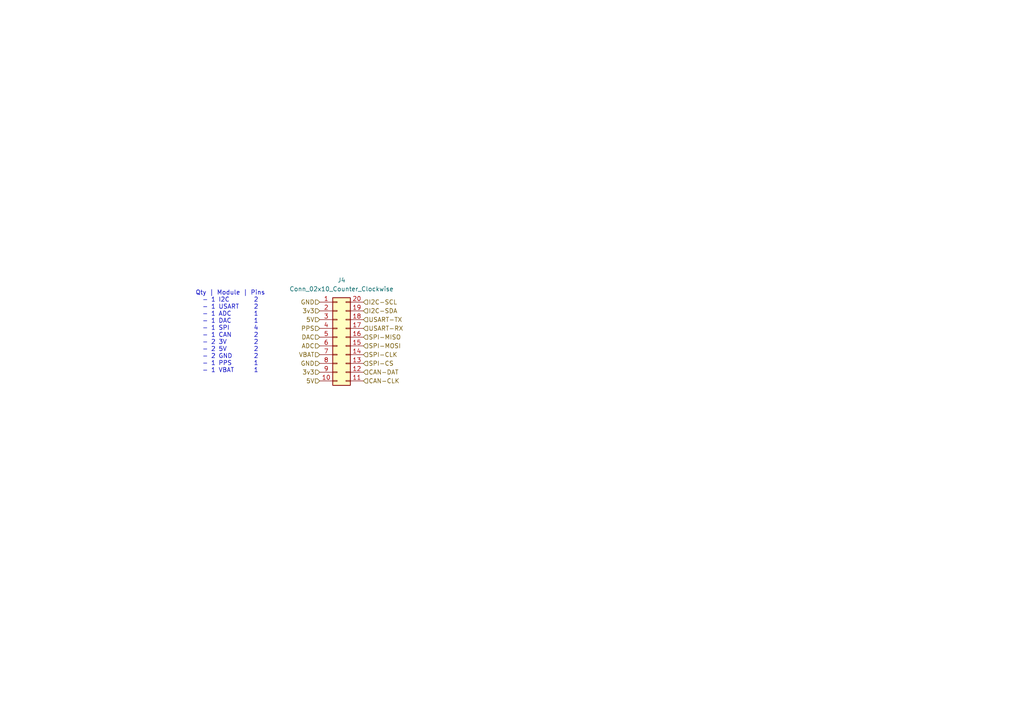
<source format=kicad_sch>
(kicad_sch (version 20231120) (generator "eeschema") (generator_version "8.0")
  (paper "A4")
  (title_block (date "2024-04-25") (rev "V1") (company "22619291") (comment 1 "Niel Theron"))
  (lib_symbols
    (symbol "Connector_Generic:Conn_02x10_Counter_Clockwise" (pin_names (offset 1.016) hide)
      (property "Reference" "J" (at 1.27 12.7 0))
      (property "Value" "Conn_02x10_Counter_Clockwise" (at 1.27 -15.24 0))
      (symbol "Conn_02x10_Counter_Clockwise_1_1"
        (rectangle (start -1.27 -12.573) (end 0 -12.827) (stroke (width 0.1524)))
        (rectangle (start -1.27 -10.033) (end 0 -10.287) (stroke (width 0.1524)))
        (rectangle (start -1.27 -7.493) (end 0 -7.747) (stroke (width 0.1524)))
        (rectangle (start -1.27 -4.953) (end 0 -5.207) (stroke (width 0.1524)))
        (rectangle (start -1.27 -2.413) (end 0 -2.667) (stroke (width 0.1524)))
        (rectangle (start -1.27 0.127) (end 0 -0.127) (stroke (width 0.1524)))
        (rectangle (start -1.27 2.667) (end 0 2.413) (stroke (width 0.1524)))
        (rectangle (start -1.27 5.207) (end 0 4.953) (stroke (width 0.1524)))
        (rectangle (start -1.27 7.747) (end 0 7.493) (stroke (width 0.1524)))
        (rectangle (start -1.27 10.287) (end 0 10.033) (stroke (width 0.1524)))
        (rectangle (start -1.27 11.43) (end 3.81 -13.97) (stroke (width 0.254)) (fill (type background)))
        (rectangle (start 3.81 -12.573) (end 2.54 -12.827) (stroke (width 0.1524)))
        (rectangle (start 3.81 -10.033) (end 2.54 -10.287) (stroke (width 0.1524)))
        (rectangle (start 3.81 -7.493) (end 2.54 -7.747) (stroke (width 0.1524)))
        (rectangle (start 3.81 -4.953) (end 2.54 -5.207) (stroke (width 0.1524)))
        (rectangle (start 3.81 -2.413) (end 2.54 -2.667) (stroke (width 0.1524)))
        (rectangle (start 3.81 0.127) (end 2.54 -0.127) (stroke (width 0.1524)))
        (rectangle (start 3.81 2.667) (end 2.54 2.413) (stroke (width 0.1524)))
        (rectangle (start 3.81 5.207) (end 2.54 4.953) (stroke (width 0.1524)))
        (rectangle (start 3.81 7.747) (end 2.54 7.493) (stroke (width 0.1524)))
        (rectangle (start 3.81 10.287) (end 2.54 10.033) (stroke (width 0.1524)))
        (pin passive line (at -5.08 10.16 0) (length 3.81) (name "Pin_1") (number "1"))
        (pin passive line (at -5.08 -12.7 0) (length 3.81) (name "Pin_10") (number "10"))
        (pin passive line (at 7.62 -12.7 180) (length 3.81) (name "Pin_11") (number "11"))
        (pin passive line (at 7.62 -10.16 180) (length 3.81) (name "Pin_12") (number "12"))
        (pin passive line (at 7.62 -7.62 180) (length 3.81) (name "Pin_13") (number "13"))
        (pin passive line (at 7.62 -5.08 180) (length 3.81) (name "Pin_14") (number "14"))
        (pin passive line (at 7.62 -2.54 180) (length 3.81) (name "Pin_15") (number "15"))
        (pin passive line (at 7.62 0 180) (length 3.81) (name "Pin_16") (number "16"))
        (pin passive line (at 7.62 2.54 180) (length 3.81) (name "Pin_17") (number "17"))
        (pin passive line (at 7.62 5.08 180) (length 3.81) (name "Pin_18") (number "18"))
        (pin passive line (at 7.62 7.62 180) (length 3.81) (name "Pin_19") (number "19"))
        (pin passive line (at -5.08 7.62 0) (length 3.81) (name "Pin_2") (number "2"))
        (pin passive line (at 7.62 10.16 180) (length 3.81) (name "Pin_20") (number "20"))
        (pin passive line (at -5.08 5.08 0) (length 3.81) (name "Pin_3") (number "3"))
        (pin passive line (at -5.08 2.54 0) (length 3.81) (name "Pin_4") (number "4"))
        (pin passive line (at -5.08 0 0) (length 3.81) (name "Pin_5") (number "5"))
        (pin passive line (at -5.08 -2.54 0) (length 3.81) (name "Pin_6") (number "6"))
        (pin passive line (at -5.08 -5.08 0) (length 3.81) (name "Pin_7") (number "7"))
        (pin passive line (at -5.08 -7.62 0) (length 3.81) (name "Pin_8") (number "8"))
        (pin passive line (at -5.08 -10.16 0) (length 3.81) (name "Pin_9") (number "9"))
      )
    )
  )
  (text "Qty | Module | Pins\n- 1 I2C 	2\n- 1 USART 	2\n- 1 ADC		1\n- 1 DAC		1\n- 1 SPI		4\n- 1 CAN		2\n- 2 3V		2\n- 2 5V		2\n- 2 GND		2\n- 1 PPS		1\n- 1 VBAT	1" (at 66.802 96.266 0) (effects (font (size 1.27 1.27))))
  (hierarchical_label "PPS" (shape input) (at 92.71 95.25 180))
  (hierarchical_label "USART-RX" (shape input) (at 105.41 95.25 0))
  (hierarchical_label "CAN-CLK" (shape input) (at 105.41 110.49 0))
  (hierarchical_label "GND" (shape input) (at 92.71 87.63 180))
  (hierarchical_label "I2C-SCL" (shape input) (at 105.41 87.63 0))
  (hierarchical_label "5V" (shape input) (at 92.71 92.71 180))
  (hierarchical_label "SPI-MOSI" (shape input) (at 105.41 100.33 0))
  (hierarchical_label "ADC" (shape input) (at 92.71 100.33 180))
  (hierarchical_label "VBAT" (shape input) (at 92.71 102.87 180))
  (hierarchical_label "CAN-DAT" (shape input) (at 105.41 107.95 0))
  (hierarchical_label "I2C-SDA" (shape input) (at 105.41 90.17 0))
  (hierarchical_label "SPI-CLK" (shape input) (at 105.41 102.87 0))
  (hierarchical_label "SPI-CS" (shape input) (at 105.41 105.41 0))
  (hierarchical_label "GND" (shape input) (at 92.71 105.41 180))
  (hierarchical_label "DAC" (shape input) (at 92.71 97.79 180))
  (hierarchical_label "USART-TX" (shape input) (at 105.41 92.71 0))
  (hierarchical_label "SPI-MISO" (shape input) (at 105.41 97.79 0))
  (hierarchical_label "5V" (shape input) (at 92.71 110.49 180))
  (hierarchical_label "3v3" (shape input) (at 92.71 107.95 180))
  (hierarchical_label "3v3" (shape input) (at 92.71 90.17 180))
  (symbol (lib_id "Connector_Generic:Conn_02x10_Counter_Clockwise") (at 97.79 97.79 0) (unit 1)
    (property "Reference" "J4" (at 99.06 81.28 0))
    (property "Value" "Conn_02x10_Counter_Clockwise" (at 99.06 83.82 0))
    (property "Footprint" "Connector_Hirose:Hirose_BM24_BM24-40DP-2-0.35V_2x20_P0.35mm_PowerPin2_Vertical" (effects (hide yes)))
    (property "Description" "Generic connector, double row, 02x10, counter clockwise pin numbering scheme (similar to DIP package numbering), script generated (kicad-library-utils/schlib/autogen/connector/)" (effects (hide yes)))
  )
)
</source>
